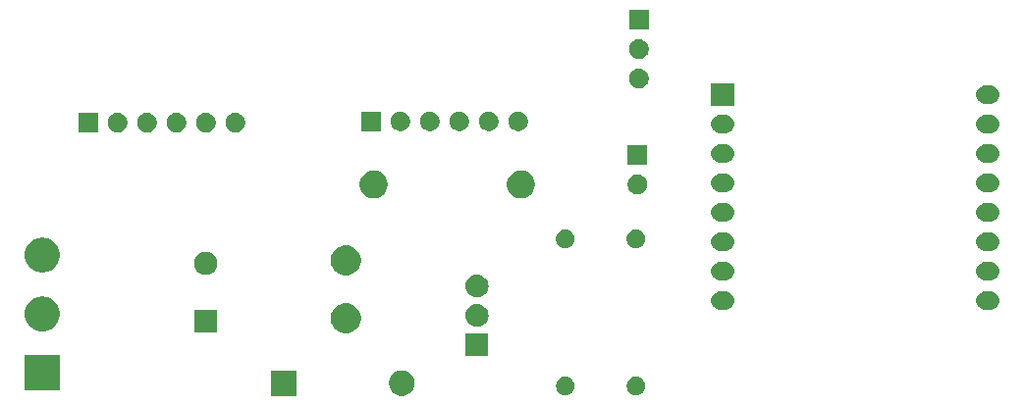
<source format=gbr>
G04 #@! TF.GenerationSoftware,KiCad,Pcbnew,5.1.5+dfsg1-2build2*
G04 #@! TF.CreationDate,2020-08-31T20:47:27+02:00*
G04 #@! TF.ProjectId,fubar,66756261-722e-46b6-9963-61645f706362,rev?*
G04 #@! TF.SameCoordinates,Original*
G04 #@! TF.FileFunction,Soldermask,Bot*
G04 #@! TF.FilePolarity,Negative*
%FSLAX46Y46*%
G04 Gerber Fmt 4.6, Leading zero omitted, Abs format (unit mm)*
G04 Created by KiCad (PCBNEW 5.1.5+dfsg1-2build2) date 2020-08-31 20:47:27*
%MOMM*%
%LPD*%
G04 APERTURE LIST*
%ADD10C,0.100000*%
G04 APERTURE END LIST*
D10*
G36*
X156784856Y-93684272D02*
G01*
X156985047Y-93767193D01*
X157165207Y-93887573D01*
X157318427Y-94040793D01*
X157438807Y-94220953D01*
X157521728Y-94421144D01*
X157564000Y-94633658D01*
X157564000Y-94850342D01*
X157521728Y-95062856D01*
X157438807Y-95263047D01*
X157318427Y-95443207D01*
X157165207Y-95596427D01*
X156985047Y-95716807D01*
X156784856Y-95799728D01*
X156572342Y-95842000D01*
X156355658Y-95842000D01*
X156143144Y-95799728D01*
X155942953Y-95716807D01*
X155762793Y-95596427D01*
X155609573Y-95443207D01*
X155489193Y-95263047D01*
X155406272Y-95062856D01*
X155364000Y-94850342D01*
X155364000Y-94633658D01*
X155406272Y-94421144D01*
X155489193Y-94220953D01*
X155609573Y-94040793D01*
X155762793Y-93887573D01*
X155942953Y-93767193D01*
X156143144Y-93684272D01*
X156355658Y-93642000D01*
X156572342Y-93642000D01*
X156784856Y-93684272D01*
G37*
G36*
X147404000Y-95842000D02*
G01*
X145204000Y-95842000D01*
X145204000Y-93642000D01*
X147404000Y-93642000D01*
X147404000Y-95842000D01*
G37*
G36*
X176787312Y-94206248D02*
G01*
X176890351Y-94226743D01*
X177035942Y-94287049D01*
X177166970Y-94374599D01*
X177278401Y-94486030D01*
X177365951Y-94617058D01*
X177426257Y-94762649D01*
X177457000Y-94917207D01*
X177457000Y-95074793D01*
X177426257Y-95229351D01*
X177365951Y-95374942D01*
X177278401Y-95505970D01*
X177166970Y-95617401D01*
X177035942Y-95704951D01*
X176890351Y-95765257D01*
X176787312Y-95785752D01*
X176735794Y-95796000D01*
X176578206Y-95796000D01*
X176526688Y-95785752D01*
X176423649Y-95765257D01*
X176278058Y-95704951D01*
X176147030Y-95617401D01*
X176035599Y-95505970D01*
X175948049Y-95374942D01*
X175887743Y-95229351D01*
X175857000Y-95074793D01*
X175857000Y-94917207D01*
X175887743Y-94762649D01*
X175948049Y-94617058D01*
X176035599Y-94486030D01*
X176147030Y-94374599D01*
X176278058Y-94287049D01*
X176423649Y-94226743D01*
X176526688Y-94206248D01*
X176578206Y-94196000D01*
X176735794Y-94196000D01*
X176787312Y-94206248D01*
G37*
G36*
X170691312Y-94206248D02*
G01*
X170794351Y-94226743D01*
X170939942Y-94287049D01*
X171070970Y-94374599D01*
X171182401Y-94486030D01*
X171269951Y-94617058D01*
X171330257Y-94762649D01*
X171361000Y-94917207D01*
X171361000Y-95074793D01*
X171330257Y-95229351D01*
X171269951Y-95374942D01*
X171182401Y-95505970D01*
X171070970Y-95617401D01*
X170939942Y-95704951D01*
X170794351Y-95765257D01*
X170691312Y-95785752D01*
X170639794Y-95796000D01*
X170482206Y-95796000D01*
X170430688Y-95785752D01*
X170327649Y-95765257D01*
X170182058Y-95704951D01*
X170051030Y-95617401D01*
X169939599Y-95505970D01*
X169852049Y-95374942D01*
X169791743Y-95229351D01*
X169761000Y-95074793D01*
X169761000Y-94917207D01*
X169791743Y-94762649D01*
X169852049Y-94617058D01*
X169939599Y-94486030D01*
X170051030Y-94374599D01*
X170182058Y-94287049D01*
X170327649Y-94226743D01*
X170430688Y-94206248D01*
X170482206Y-94196000D01*
X170639794Y-94196000D01*
X170691312Y-94206248D01*
G37*
G36*
X126976000Y-95353000D02*
G01*
X123976000Y-95353000D01*
X123976000Y-92353000D01*
X126976000Y-92353000D01*
X126976000Y-95353000D01*
G37*
G36*
X163941000Y-92392500D02*
G01*
X161941000Y-92392500D01*
X161941000Y-90487500D01*
X163941000Y-90487500D01*
X163941000Y-92392500D01*
G37*
G36*
X151849758Y-87870653D02*
G01*
X152017196Y-87903958D01*
X152253781Y-88001955D01*
X152466702Y-88144224D01*
X152647776Y-88325298D01*
X152790045Y-88538219D01*
X152888042Y-88774804D01*
X152938000Y-89025961D01*
X152938000Y-89282039D01*
X152888042Y-89533196D01*
X152790045Y-89769781D01*
X152647776Y-89982702D01*
X152466702Y-90163776D01*
X152253781Y-90306045D01*
X152017196Y-90404042D01*
X151849758Y-90437347D01*
X151766040Y-90454000D01*
X151509960Y-90454000D01*
X151426242Y-90437347D01*
X151258804Y-90404042D01*
X151022219Y-90306045D01*
X150809298Y-90163776D01*
X150628224Y-89982702D01*
X150485955Y-89769781D01*
X150387958Y-89533196D01*
X150338000Y-89282039D01*
X150338000Y-89025961D01*
X150387958Y-88774804D01*
X150485955Y-88538219D01*
X150628224Y-88325298D01*
X150809298Y-88144224D01*
X151022219Y-88001955D01*
X151258804Y-87903958D01*
X151426242Y-87870653D01*
X151509960Y-87854000D01*
X151766040Y-87854000D01*
X151849758Y-87870653D01*
G37*
G36*
X140573000Y-90408000D02*
G01*
X138573000Y-90408000D01*
X138573000Y-88408000D01*
X140573000Y-88408000D01*
X140573000Y-90408000D01*
G37*
G36*
X125720336Y-87292215D02*
G01*
X125913534Y-87330644D01*
X126186517Y-87443717D01*
X126432194Y-87607874D01*
X126641126Y-87816806D01*
X126805283Y-88062483D01*
X126918356Y-88335466D01*
X126976000Y-88625263D01*
X126976000Y-88920737D01*
X126918356Y-89210534D01*
X126805283Y-89483517D01*
X126641126Y-89729194D01*
X126432194Y-89938126D01*
X126186517Y-90102283D01*
X125913534Y-90215356D01*
X125720336Y-90253785D01*
X125623738Y-90273000D01*
X125328262Y-90273000D01*
X125231664Y-90253785D01*
X125038466Y-90215356D01*
X124765483Y-90102283D01*
X124519806Y-89938126D01*
X124310874Y-89729194D01*
X124146717Y-89483517D01*
X124033644Y-89210534D01*
X123976000Y-88920737D01*
X123976000Y-88625263D01*
X124033644Y-88335466D01*
X124146717Y-88062483D01*
X124310874Y-87816806D01*
X124519806Y-87607874D01*
X124765483Y-87443717D01*
X125038466Y-87330644D01*
X125231664Y-87292215D01*
X125328262Y-87273000D01*
X125623738Y-87273000D01*
X125720336Y-87292215D01*
G37*
G36*
X163175225Y-87961282D02*
G01*
X163354770Y-88015747D01*
X163520238Y-88104191D01*
X163665278Y-88223222D01*
X163784309Y-88368262D01*
X163872753Y-88533730D01*
X163927218Y-88713275D01*
X163945609Y-88900000D01*
X163927218Y-89086725D01*
X163872753Y-89266270D01*
X163784309Y-89431738D01*
X163665278Y-89576778D01*
X163520238Y-89695809D01*
X163354770Y-89784253D01*
X163175225Y-89838718D01*
X163035294Y-89852500D01*
X162846706Y-89852500D01*
X162706775Y-89838718D01*
X162527230Y-89784253D01*
X162361762Y-89695809D01*
X162216722Y-89576778D01*
X162097691Y-89431738D01*
X162009247Y-89266270D01*
X161954782Y-89086725D01*
X161936391Y-88900000D01*
X161954782Y-88713275D01*
X162009247Y-88533730D01*
X162097691Y-88368262D01*
X162216722Y-88223222D01*
X162361762Y-88104191D01*
X162527230Y-88015747D01*
X162706775Y-87961282D01*
X162846706Y-87947500D01*
X163035294Y-87947500D01*
X163175225Y-87961282D01*
G37*
G36*
X207366824Y-86841575D02*
G01*
X207517633Y-86887322D01*
X207656604Y-86961604D01*
X207778422Y-87061578D01*
X207878396Y-87183396D01*
X207952678Y-87322367D01*
X207998425Y-87473176D01*
X208013871Y-87630000D01*
X207998425Y-87786824D01*
X207952678Y-87937633D01*
X207878396Y-88076604D01*
X207778422Y-88198422D01*
X207656604Y-88298396D01*
X207517633Y-88372678D01*
X207366824Y-88418425D01*
X207249299Y-88430000D01*
X206770701Y-88430000D01*
X206653176Y-88418425D01*
X206502367Y-88372678D01*
X206363396Y-88298396D01*
X206241578Y-88198422D01*
X206141604Y-88076604D01*
X206067322Y-87937633D01*
X206021575Y-87786824D01*
X206006129Y-87630000D01*
X206021575Y-87473176D01*
X206067322Y-87322367D01*
X206141604Y-87183396D01*
X206241578Y-87061578D01*
X206363396Y-86961604D01*
X206502367Y-86887322D01*
X206653176Y-86841575D01*
X206770701Y-86830000D01*
X207249299Y-86830000D01*
X207366824Y-86841575D01*
G37*
G36*
X184506824Y-86841575D02*
G01*
X184657633Y-86887322D01*
X184796604Y-86961604D01*
X184918422Y-87061578D01*
X185018396Y-87183396D01*
X185092678Y-87322367D01*
X185138425Y-87473176D01*
X185153871Y-87630000D01*
X185138425Y-87786824D01*
X185092678Y-87937633D01*
X185018396Y-88076604D01*
X184918422Y-88198422D01*
X184796604Y-88298396D01*
X184657633Y-88372678D01*
X184506824Y-88418425D01*
X184389299Y-88430000D01*
X183910701Y-88430000D01*
X183793176Y-88418425D01*
X183642367Y-88372678D01*
X183503396Y-88298396D01*
X183381578Y-88198422D01*
X183281604Y-88076604D01*
X183207322Y-87937633D01*
X183161575Y-87786824D01*
X183146129Y-87630000D01*
X183161575Y-87473176D01*
X183207322Y-87322367D01*
X183281604Y-87183396D01*
X183381578Y-87061578D01*
X183503396Y-86961604D01*
X183642367Y-86887322D01*
X183793176Y-86841575D01*
X183910701Y-86830000D01*
X184389299Y-86830000D01*
X184506824Y-86841575D01*
G37*
G36*
X163175225Y-85421282D02*
G01*
X163354770Y-85475747D01*
X163520238Y-85564191D01*
X163665278Y-85683222D01*
X163784309Y-85828262D01*
X163872753Y-85993730D01*
X163927218Y-86173275D01*
X163945609Y-86360000D01*
X163927218Y-86546725D01*
X163872753Y-86726270D01*
X163784309Y-86891738D01*
X163665278Y-87036778D01*
X163520238Y-87155809D01*
X163354770Y-87244253D01*
X163175225Y-87298718D01*
X163035294Y-87312500D01*
X162846706Y-87312500D01*
X162706775Y-87298718D01*
X162527230Y-87244253D01*
X162361762Y-87155809D01*
X162216722Y-87036778D01*
X162097691Y-86891738D01*
X162009247Y-86726270D01*
X161954782Y-86546725D01*
X161936391Y-86360000D01*
X161954782Y-86173275D01*
X162009247Y-85993730D01*
X162097691Y-85828262D01*
X162216722Y-85683222D01*
X162361762Y-85564191D01*
X162527230Y-85475747D01*
X162706775Y-85421282D01*
X162846706Y-85407500D01*
X163035294Y-85407500D01*
X163175225Y-85421282D01*
G37*
G36*
X184506824Y-84301575D02*
G01*
X184657633Y-84347322D01*
X184796604Y-84421604D01*
X184918422Y-84521578D01*
X185018396Y-84643396D01*
X185092678Y-84782367D01*
X185138425Y-84933176D01*
X185153871Y-85090000D01*
X185138425Y-85246824D01*
X185092678Y-85397633D01*
X185018396Y-85536604D01*
X184918422Y-85658422D01*
X184796604Y-85758396D01*
X184657633Y-85832678D01*
X184506824Y-85878425D01*
X184389299Y-85890000D01*
X183910701Y-85890000D01*
X183793176Y-85878425D01*
X183642367Y-85832678D01*
X183503396Y-85758396D01*
X183381578Y-85658422D01*
X183281604Y-85536604D01*
X183207322Y-85397633D01*
X183161575Y-85246824D01*
X183146129Y-85090000D01*
X183161575Y-84933176D01*
X183207322Y-84782367D01*
X183281604Y-84643396D01*
X183381578Y-84521578D01*
X183503396Y-84421604D01*
X183642367Y-84347322D01*
X183793176Y-84301575D01*
X183910701Y-84290000D01*
X184389299Y-84290000D01*
X184506824Y-84301575D01*
G37*
G36*
X207366824Y-84301575D02*
G01*
X207517633Y-84347322D01*
X207656604Y-84421604D01*
X207778422Y-84521578D01*
X207878396Y-84643396D01*
X207952678Y-84782367D01*
X207998425Y-84933176D01*
X208013871Y-85090000D01*
X207998425Y-85246824D01*
X207952678Y-85397633D01*
X207878396Y-85536604D01*
X207778422Y-85658422D01*
X207656604Y-85758396D01*
X207517633Y-85832678D01*
X207366824Y-85878425D01*
X207249299Y-85890000D01*
X206770701Y-85890000D01*
X206653176Y-85878425D01*
X206502367Y-85832678D01*
X206363396Y-85758396D01*
X206241578Y-85658422D01*
X206141604Y-85536604D01*
X206067322Y-85397633D01*
X206021575Y-85246824D01*
X206006129Y-85090000D01*
X206021575Y-84933176D01*
X206067322Y-84782367D01*
X206141604Y-84643396D01*
X206241578Y-84521578D01*
X206363396Y-84421604D01*
X206502367Y-84347322D01*
X206653176Y-84301575D01*
X206770701Y-84290000D01*
X207249299Y-84290000D01*
X207366824Y-84301575D01*
G37*
G36*
X151849758Y-82870653D02*
G01*
X152017196Y-82903958D01*
X152253781Y-83001955D01*
X152466702Y-83144224D01*
X152647776Y-83325298D01*
X152790045Y-83538219D01*
X152888042Y-83774804D01*
X152888042Y-83774806D01*
X152938000Y-84025960D01*
X152938000Y-84282040D01*
X152921347Y-84365758D01*
X152888042Y-84533196D01*
X152790045Y-84769781D01*
X152647776Y-84982702D01*
X152466702Y-85163776D01*
X152253781Y-85306045D01*
X152017196Y-85404042D01*
X151849758Y-85437347D01*
X151766040Y-85454000D01*
X151509960Y-85454000D01*
X151426242Y-85437347D01*
X151258804Y-85404042D01*
X151022219Y-85306045D01*
X150809298Y-85163776D01*
X150628224Y-84982702D01*
X150485955Y-84769781D01*
X150387958Y-84533196D01*
X150354653Y-84365758D01*
X150338000Y-84282040D01*
X150338000Y-84025960D01*
X150387958Y-83774806D01*
X150387958Y-83774804D01*
X150485955Y-83538219D01*
X150628224Y-83325298D01*
X150809298Y-83144224D01*
X151022219Y-83001955D01*
X151258804Y-82903958D01*
X151426242Y-82870653D01*
X151509960Y-82854000D01*
X151766040Y-82854000D01*
X151849758Y-82870653D01*
G37*
G36*
X139768090Y-83427215D02*
G01*
X139864689Y-83446429D01*
X140046678Y-83521811D01*
X140210463Y-83631249D01*
X140349751Y-83770537D01*
X140459189Y-83934322D01*
X140534571Y-84116311D01*
X140537400Y-84130534D01*
X140569120Y-84290000D01*
X140573000Y-84309509D01*
X140573000Y-84506491D01*
X140534571Y-84699689D01*
X140459189Y-84881678D01*
X140349751Y-85045463D01*
X140210463Y-85184751D01*
X140046678Y-85294189D01*
X139864689Y-85369571D01*
X139768090Y-85388785D01*
X139671493Y-85408000D01*
X139474507Y-85408000D01*
X139377910Y-85388786D01*
X139281311Y-85369571D01*
X139099322Y-85294189D01*
X138935537Y-85184751D01*
X138796249Y-85045463D01*
X138686811Y-84881678D01*
X138611429Y-84699689D01*
X138573000Y-84506491D01*
X138573000Y-84309509D01*
X138576881Y-84290000D01*
X138608600Y-84130534D01*
X138611429Y-84116311D01*
X138686811Y-83934322D01*
X138796249Y-83770537D01*
X138935537Y-83631249D01*
X139099322Y-83521811D01*
X139281311Y-83446429D01*
X139377910Y-83427215D01*
X139474507Y-83408000D01*
X139671493Y-83408000D01*
X139768090Y-83427215D01*
G37*
G36*
X125720336Y-82212215D02*
G01*
X125913534Y-82250644D01*
X126186517Y-82363717D01*
X126432194Y-82527874D01*
X126641126Y-82736806D01*
X126805283Y-82982483D01*
X126918356Y-83255466D01*
X126976000Y-83545263D01*
X126976000Y-83840737D01*
X126918356Y-84130534D01*
X126805283Y-84403517D01*
X126641126Y-84649194D01*
X126432194Y-84858126D01*
X126186517Y-85022283D01*
X125913534Y-85135356D01*
X125770656Y-85163776D01*
X125623738Y-85193000D01*
X125328262Y-85193000D01*
X125181344Y-85163776D01*
X125038466Y-85135356D01*
X124765483Y-85022283D01*
X124519806Y-84858126D01*
X124310874Y-84649194D01*
X124146717Y-84403517D01*
X124033644Y-84130534D01*
X123976000Y-83840737D01*
X123976000Y-83545263D01*
X124033644Y-83255466D01*
X124146717Y-82982483D01*
X124310874Y-82736806D01*
X124519806Y-82527874D01*
X124765483Y-82363717D01*
X125038466Y-82250644D01*
X125231664Y-82212215D01*
X125328262Y-82193000D01*
X125623738Y-82193000D01*
X125720336Y-82212215D01*
G37*
G36*
X207366824Y-81761575D02*
G01*
X207517633Y-81807322D01*
X207656604Y-81881604D01*
X207778422Y-81981578D01*
X207878396Y-82103396D01*
X207952678Y-82242367D01*
X207998425Y-82393176D01*
X208013871Y-82550000D01*
X207998425Y-82706824D01*
X207952678Y-82857633D01*
X207878396Y-82996604D01*
X207778422Y-83118422D01*
X207656604Y-83218396D01*
X207517633Y-83292678D01*
X207366824Y-83338425D01*
X207249299Y-83350000D01*
X206770701Y-83350000D01*
X206653176Y-83338425D01*
X206502367Y-83292678D01*
X206363396Y-83218396D01*
X206241578Y-83118422D01*
X206141604Y-82996604D01*
X206067322Y-82857633D01*
X206021575Y-82706824D01*
X206006129Y-82550000D01*
X206021575Y-82393176D01*
X206067322Y-82242367D01*
X206141604Y-82103396D01*
X206241578Y-81981578D01*
X206363396Y-81881604D01*
X206502367Y-81807322D01*
X206653176Y-81761575D01*
X206770701Y-81750000D01*
X207249299Y-81750000D01*
X207366824Y-81761575D01*
G37*
G36*
X184506824Y-81761575D02*
G01*
X184657633Y-81807322D01*
X184796604Y-81881604D01*
X184918422Y-81981578D01*
X185018396Y-82103396D01*
X185092678Y-82242367D01*
X185138425Y-82393176D01*
X185153871Y-82550000D01*
X185138425Y-82706824D01*
X185092678Y-82857633D01*
X185018396Y-82996604D01*
X184918422Y-83118422D01*
X184796604Y-83218396D01*
X184657633Y-83292678D01*
X184506824Y-83338425D01*
X184389299Y-83350000D01*
X183910701Y-83350000D01*
X183793176Y-83338425D01*
X183642367Y-83292678D01*
X183503396Y-83218396D01*
X183381578Y-83118422D01*
X183281604Y-82996604D01*
X183207322Y-82857633D01*
X183161575Y-82706824D01*
X183146129Y-82550000D01*
X183161575Y-82393176D01*
X183207322Y-82242367D01*
X183281604Y-82103396D01*
X183381578Y-81981578D01*
X183503396Y-81881604D01*
X183642367Y-81807322D01*
X183793176Y-81761575D01*
X183910701Y-81750000D01*
X184389299Y-81750000D01*
X184506824Y-81761575D01*
G37*
G36*
X170691312Y-81506248D02*
G01*
X170794351Y-81526743D01*
X170939942Y-81587049D01*
X171070970Y-81674599D01*
X171182401Y-81786030D01*
X171269951Y-81917058D01*
X171330257Y-82062649D01*
X171338362Y-82103396D01*
X171361000Y-82217206D01*
X171361000Y-82374794D01*
X171350752Y-82426312D01*
X171330257Y-82529351D01*
X171269951Y-82674942D01*
X171182401Y-82805970D01*
X171070970Y-82917401D01*
X170939942Y-83004951D01*
X170794351Y-83065257D01*
X170691312Y-83085752D01*
X170639794Y-83096000D01*
X170482206Y-83096000D01*
X170430688Y-83085752D01*
X170327649Y-83065257D01*
X170182058Y-83004951D01*
X170051030Y-82917401D01*
X169939599Y-82805970D01*
X169852049Y-82674942D01*
X169791743Y-82529351D01*
X169771248Y-82426312D01*
X169761000Y-82374794D01*
X169761000Y-82217206D01*
X169783638Y-82103396D01*
X169791743Y-82062649D01*
X169852049Y-81917058D01*
X169939599Y-81786030D01*
X170051030Y-81674599D01*
X170182058Y-81587049D01*
X170327649Y-81526743D01*
X170430688Y-81506248D01*
X170482206Y-81496000D01*
X170639794Y-81496000D01*
X170691312Y-81506248D01*
G37*
G36*
X176787312Y-81506248D02*
G01*
X176890351Y-81526743D01*
X177035942Y-81587049D01*
X177166970Y-81674599D01*
X177278401Y-81786030D01*
X177365951Y-81917058D01*
X177426257Y-82062649D01*
X177434362Y-82103396D01*
X177457000Y-82217206D01*
X177457000Y-82374794D01*
X177446752Y-82426312D01*
X177426257Y-82529351D01*
X177365951Y-82674942D01*
X177278401Y-82805970D01*
X177166970Y-82917401D01*
X177035942Y-83004951D01*
X176890351Y-83065257D01*
X176787312Y-83085752D01*
X176735794Y-83096000D01*
X176578206Y-83096000D01*
X176526688Y-83085752D01*
X176423649Y-83065257D01*
X176278058Y-83004951D01*
X176147030Y-82917401D01*
X176035599Y-82805970D01*
X175948049Y-82674942D01*
X175887743Y-82529351D01*
X175867248Y-82426312D01*
X175857000Y-82374794D01*
X175857000Y-82217206D01*
X175879638Y-82103396D01*
X175887743Y-82062649D01*
X175948049Y-81917058D01*
X176035599Y-81786030D01*
X176147030Y-81674599D01*
X176278058Y-81587049D01*
X176423649Y-81526743D01*
X176526688Y-81506248D01*
X176578206Y-81496000D01*
X176735794Y-81496000D01*
X176787312Y-81506248D01*
G37*
G36*
X207366824Y-79221575D02*
G01*
X207517633Y-79267322D01*
X207656604Y-79341604D01*
X207778422Y-79441578D01*
X207878396Y-79563396D01*
X207952678Y-79702367D01*
X207998425Y-79853176D01*
X208013871Y-80010000D01*
X207998425Y-80166824D01*
X207952678Y-80317633D01*
X207878396Y-80456604D01*
X207778422Y-80578422D01*
X207656604Y-80678396D01*
X207517633Y-80752678D01*
X207366824Y-80798425D01*
X207249299Y-80810000D01*
X206770701Y-80810000D01*
X206653176Y-80798425D01*
X206502367Y-80752678D01*
X206363396Y-80678396D01*
X206241578Y-80578422D01*
X206141604Y-80456604D01*
X206067322Y-80317633D01*
X206021575Y-80166824D01*
X206006129Y-80010000D01*
X206021575Y-79853176D01*
X206067322Y-79702367D01*
X206141604Y-79563396D01*
X206241578Y-79441578D01*
X206363396Y-79341604D01*
X206502367Y-79267322D01*
X206653176Y-79221575D01*
X206770701Y-79210000D01*
X207249299Y-79210000D01*
X207366824Y-79221575D01*
G37*
G36*
X184506824Y-79221575D02*
G01*
X184657633Y-79267322D01*
X184796604Y-79341604D01*
X184918422Y-79441578D01*
X185018396Y-79563396D01*
X185092678Y-79702367D01*
X185138425Y-79853176D01*
X185153871Y-80010000D01*
X185138425Y-80166824D01*
X185092678Y-80317633D01*
X185018396Y-80456604D01*
X184918422Y-80578422D01*
X184796604Y-80678396D01*
X184657633Y-80752678D01*
X184506824Y-80798425D01*
X184389299Y-80810000D01*
X183910701Y-80810000D01*
X183793176Y-80798425D01*
X183642367Y-80752678D01*
X183503396Y-80678396D01*
X183381578Y-80578422D01*
X183281604Y-80456604D01*
X183207322Y-80317633D01*
X183161575Y-80166824D01*
X183146129Y-80010000D01*
X183161575Y-79853176D01*
X183207322Y-79702367D01*
X183281604Y-79563396D01*
X183381578Y-79441578D01*
X183503396Y-79341604D01*
X183642367Y-79267322D01*
X183793176Y-79221575D01*
X183910701Y-79210000D01*
X184389299Y-79210000D01*
X184506824Y-79221575D01*
G37*
G36*
X167101027Y-76443115D02*
G01*
X167319414Y-76533573D01*
X167515954Y-76664898D01*
X167683102Y-76832046D01*
X167814427Y-77028586D01*
X167904885Y-77246973D01*
X167951000Y-77478809D01*
X167951000Y-77715191D01*
X167904885Y-77947027D01*
X167814427Y-78165414D01*
X167683102Y-78361954D01*
X167515954Y-78529102D01*
X167319414Y-78660427D01*
X167101027Y-78750885D01*
X166869191Y-78797000D01*
X166632809Y-78797000D01*
X166400973Y-78750885D01*
X166182586Y-78660427D01*
X165986046Y-78529102D01*
X165818898Y-78361954D01*
X165687573Y-78165414D01*
X165597115Y-77947027D01*
X165551000Y-77715191D01*
X165551000Y-77478809D01*
X165597115Y-77246973D01*
X165687573Y-77028586D01*
X165818898Y-76832046D01*
X165986046Y-76664898D01*
X166182586Y-76533573D01*
X166400973Y-76443115D01*
X166632809Y-76397000D01*
X166869191Y-76397000D01*
X167101027Y-76443115D01*
G37*
G36*
X154401027Y-76443115D02*
G01*
X154619414Y-76533573D01*
X154815954Y-76664898D01*
X154983102Y-76832046D01*
X155114427Y-77028586D01*
X155204885Y-77246973D01*
X155251000Y-77478809D01*
X155251000Y-77715191D01*
X155204885Y-77947027D01*
X155114427Y-78165414D01*
X154983102Y-78361954D01*
X154815954Y-78529102D01*
X154619414Y-78660427D01*
X154401027Y-78750885D01*
X154169191Y-78797000D01*
X153932809Y-78797000D01*
X153700973Y-78750885D01*
X153482586Y-78660427D01*
X153286046Y-78529102D01*
X153118898Y-78361954D01*
X152987573Y-78165414D01*
X152897115Y-77947027D01*
X152851000Y-77715191D01*
X152851000Y-77478809D01*
X152897115Y-77246973D01*
X152987573Y-77028586D01*
X153118898Y-76832046D01*
X153286046Y-76664898D01*
X153482586Y-76533573D01*
X153700973Y-76443115D01*
X153932809Y-76397000D01*
X154169191Y-76397000D01*
X154401027Y-76443115D01*
G37*
G36*
X177031936Y-76779665D02*
G01*
X177186626Y-76843739D01*
X177256076Y-76890145D01*
X177325844Y-76936762D01*
X177444238Y-77055156D01*
X177490855Y-77124924D01*
X177537261Y-77194374D01*
X177601335Y-77349064D01*
X177634000Y-77513282D01*
X177634000Y-77680718D01*
X177601335Y-77844936D01*
X177537261Y-77999626D01*
X177490855Y-78069076D01*
X177444238Y-78138844D01*
X177325844Y-78257238D01*
X177256076Y-78303855D01*
X177186626Y-78350261D01*
X177031936Y-78414335D01*
X176867718Y-78447000D01*
X176700282Y-78447000D01*
X176536064Y-78414335D01*
X176381374Y-78350261D01*
X176311924Y-78303855D01*
X176242156Y-78257238D01*
X176123762Y-78138844D01*
X176077145Y-78069076D01*
X176030739Y-77999626D01*
X175966665Y-77844936D01*
X175934000Y-77680718D01*
X175934000Y-77513282D01*
X175966665Y-77349064D01*
X176030739Y-77194374D01*
X176077145Y-77124924D01*
X176123762Y-77055156D01*
X176242156Y-76936762D01*
X176311924Y-76890145D01*
X176381374Y-76843739D01*
X176536064Y-76779665D01*
X176700282Y-76747000D01*
X176867718Y-76747000D01*
X177031936Y-76779665D01*
G37*
G36*
X184506824Y-76681575D02*
G01*
X184657633Y-76727322D01*
X184796604Y-76801604D01*
X184918422Y-76901578D01*
X185018396Y-77023396D01*
X185092678Y-77162367D01*
X185138425Y-77313176D01*
X185153871Y-77470000D01*
X185138425Y-77626824D01*
X185092678Y-77777633D01*
X185018396Y-77916604D01*
X184918422Y-78038422D01*
X184796604Y-78138396D01*
X184657633Y-78212678D01*
X184506824Y-78258425D01*
X184389299Y-78270000D01*
X183910701Y-78270000D01*
X183793176Y-78258425D01*
X183642367Y-78212678D01*
X183503396Y-78138396D01*
X183381578Y-78038422D01*
X183281604Y-77916604D01*
X183207322Y-77777633D01*
X183161575Y-77626824D01*
X183146129Y-77470000D01*
X183161575Y-77313176D01*
X183207322Y-77162367D01*
X183281604Y-77023396D01*
X183381578Y-76901578D01*
X183503396Y-76801604D01*
X183642367Y-76727322D01*
X183793176Y-76681575D01*
X183910701Y-76670000D01*
X184389299Y-76670000D01*
X184506824Y-76681575D01*
G37*
G36*
X207366824Y-76681575D02*
G01*
X207517633Y-76727322D01*
X207656604Y-76801604D01*
X207778422Y-76901578D01*
X207878396Y-77023396D01*
X207952678Y-77162367D01*
X207998425Y-77313176D01*
X208013871Y-77470000D01*
X207998425Y-77626824D01*
X207952678Y-77777633D01*
X207878396Y-77916604D01*
X207778422Y-78038422D01*
X207656604Y-78138396D01*
X207517633Y-78212678D01*
X207366824Y-78258425D01*
X207249299Y-78270000D01*
X206770701Y-78270000D01*
X206653176Y-78258425D01*
X206502367Y-78212678D01*
X206363396Y-78138396D01*
X206241578Y-78038422D01*
X206141604Y-77916604D01*
X206067322Y-77777633D01*
X206021575Y-77626824D01*
X206006129Y-77470000D01*
X206021575Y-77313176D01*
X206067322Y-77162367D01*
X206141604Y-77023396D01*
X206241578Y-76901578D01*
X206363396Y-76801604D01*
X206502367Y-76727322D01*
X206653176Y-76681575D01*
X206770701Y-76670000D01*
X207249299Y-76670000D01*
X207366824Y-76681575D01*
G37*
G36*
X177634000Y-75907000D02*
G01*
X175934000Y-75907000D01*
X175934000Y-74207000D01*
X177634000Y-74207000D01*
X177634000Y-75907000D01*
G37*
G36*
X207366824Y-74141575D02*
G01*
X207517633Y-74187322D01*
X207656604Y-74261604D01*
X207778422Y-74361578D01*
X207878396Y-74483396D01*
X207952678Y-74622367D01*
X207998425Y-74773176D01*
X208013871Y-74930000D01*
X207998425Y-75086824D01*
X207952678Y-75237633D01*
X207878396Y-75376604D01*
X207778422Y-75498422D01*
X207656604Y-75598396D01*
X207517633Y-75672678D01*
X207366824Y-75718425D01*
X207249299Y-75730000D01*
X206770701Y-75730000D01*
X206653176Y-75718425D01*
X206502367Y-75672678D01*
X206363396Y-75598396D01*
X206241578Y-75498422D01*
X206141604Y-75376604D01*
X206067322Y-75237633D01*
X206021575Y-75086824D01*
X206006129Y-74930000D01*
X206021575Y-74773176D01*
X206067322Y-74622367D01*
X206141604Y-74483396D01*
X206241578Y-74361578D01*
X206363396Y-74261604D01*
X206502367Y-74187322D01*
X206653176Y-74141575D01*
X206770701Y-74130000D01*
X207249299Y-74130000D01*
X207366824Y-74141575D01*
G37*
G36*
X184506824Y-74141575D02*
G01*
X184657633Y-74187322D01*
X184796604Y-74261604D01*
X184918422Y-74361578D01*
X185018396Y-74483396D01*
X185092678Y-74622367D01*
X185138425Y-74773176D01*
X185153871Y-74930000D01*
X185138425Y-75086824D01*
X185092678Y-75237633D01*
X185018396Y-75376604D01*
X184918422Y-75498422D01*
X184796604Y-75598396D01*
X184657633Y-75672678D01*
X184506824Y-75718425D01*
X184389299Y-75730000D01*
X183910701Y-75730000D01*
X183793176Y-75718425D01*
X183642367Y-75672678D01*
X183503396Y-75598396D01*
X183381578Y-75498422D01*
X183281604Y-75376604D01*
X183207322Y-75237633D01*
X183161575Y-75086824D01*
X183146129Y-74930000D01*
X183161575Y-74773176D01*
X183207322Y-74622367D01*
X183281604Y-74483396D01*
X183381578Y-74361578D01*
X183503396Y-74261604D01*
X183642367Y-74187322D01*
X183793176Y-74141575D01*
X183910701Y-74130000D01*
X184389299Y-74130000D01*
X184506824Y-74141575D01*
G37*
G36*
X207366824Y-71601575D02*
G01*
X207517633Y-71647322D01*
X207656604Y-71721604D01*
X207778422Y-71821578D01*
X207878396Y-71943396D01*
X207952678Y-72082367D01*
X207998425Y-72233176D01*
X208013871Y-72390000D01*
X207998425Y-72546824D01*
X207952678Y-72697633D01*
X207878396Y-72836604D01*
X207778422Y-72958422D01*
X207656604Y-73058396D01*
X207517633Y-73132678D01*
X207366824Y-73178425D01*
X207249299Y-73190000D01*
X206770701Y-73190000D01*
X206653176Y-73178425D01*
X206502367Y-73132678D01*
X206363396Y-73058396D01*
X206241578Y-72958422D01*
X206141604Y-72836604D01*
X206067322Y-72697633D01*
X206021575Y-72546824D01*
X206006129Y-72390000D01*
X206021575Y-72233176D01*
X206067322Y-72082367D01*
X206141604Y-71943396D01*
X206241578Y-71821578D01*
X206363396Y-71721604D01*
X206502367Y-71647322D01*
X206653176Y-71601575D01*
X206770701Y-71590000D01*
X207249299Y-71590000D01*
X207366824Y-71601575D01*
G37*
G36*
X184506824Y-71601575D02*
G01*
X184657633Y-71647322D01*
X184796604Y-71721604D01*
X184918422Y-71821578D01*
X185018396Y-71943396D01*
X185092678Y-72082367D01*
X185138425Y-72233176D01*
X185153871Y-72390000D01*
X185138425Y-72546824D01*
X185092678Y-72697633D01*
X185018396Y-72836604D01*
X184918422Y-72958422D01*
X184796604Y-73058396D01*
X184657633Y-73132678D01*
X184506824Y-73178425D01*
X184389299Y-73190000D01*
X183910701Y-73190000D01*
X183793176Y-73178425D01*
X183642367Y-73132678D01*
X183503396Y-73058396D01*
X183381578Y-72958422D01*
X183281604Y-72836604D01*
X183207322Y-72697633D01*
X183161575Y-72546824D01*
X183146129Y-72390000D01*
X183161575Y-72233176D01*
X183207322Y-72082367D01*
X183281604Y-71943396D01*
X183381578Y-71821578D01*
X183503396Y-71721604D01*
X183642367Y-71647322D01*
X183793176Y-71601575D01*
X183910701Y-71590000D01*
X184389299Y-71590000D01*
X184506824Y-71601575D01*
G37*
G36*
X139820936Y-71445665D02*
G01*
X139975626Y-71509739D01*
X140045076Y-71556145D01*
X140114844Y-71602762D01*
X140233238Y-71721156D01*
X140279855Y-71790924D01*
X140326261Y-71860374D01*
X140390335Y-72015064D01*
X140423000Y-72179282D01*
X140423000Y-72346718D01*
X140390335Y-72510936D01*
X140326261Y-72665626D01*
X140304874Y-72697633D01*
X140233238Y-72804844D01*
X140114844Y-72923238D01*
X140069800Y-72953335D01*
X139975626Y-73016261D01*
X139820936Y-73080335D01*
X139656718Y-73113000D01*
X139489282Y-73113000D01*
X139325064Y-73080335D01*
X139170374Y-73016261D01*
X139076200Y-72953335D01*
X139031156Y-72923238D01*
X138912762Y-72804844D01*
X138841126Y-72697633D01*
X138819739Y-72665626D01*
X138755665Y-72510936D01*
X138723000Y-72346718D01*
X138723000Y-72179282D01*
X138755665Y-72015064D01*
X138819739Y-71860374D01*
X138866145Y-71790924D01*
X138912762Y-71721156D01*
X139031156Y-71602762D01*
X139100924Y-71556145D01*
X139170374Y-71509739D01*
X139325064Y-71445665D01*
X139489282Y-71413000D01*
X139656718Y-71413000D01*
X139820936Y-71445665D01*
G37*
G36*
X142360936Y-71445665D02*
G01*
X142515626Y-71509739D01*
X142585076Y-71556145D01*
X142654844Y-71602762D01*
X142773238Y-71721156D01*
X142819855Y-71790924D01*
X142866261Y-71860374D01*
X142930335Y-72015064D01*
X142963000Y-72179282D01*
X142963000Y-72346718D01*
X142930335Y-72510936D01*
X142866261Y-72665626D01*
X142844874Y-72697633D01*
X142773238Y-72804844D01*
X142654844Y-72923238D01*
X142609800Y-72953335D01*
X142515626Y-73016261D01*
X142360936Y-73080335D01*
X142196718Y-73113000D01*
X142029282Y-73113000D01*
X141865064Y-73080335D01*
X141710374Y-73016261D01*
X141616200Y-72953335D01*
X141571156Y-72923238D01*
X141452762Y-72804844D01*
X141381126Y-72697633D01*
X141359739Y-72665626D01*
X141295665Y-72510936D01*
X141263000Y-72346718D01*
X141263000Y-72179282D01*
X141295665Y-72015064D01*
X141359739Y-71860374D01*
X141406145Y-71790924D01*
X141452762Y-71721156D01*
X141571156Y-71602762D01*
X141640924Y-71556145D01*
X141710374Y-71509739D01*
X141865064Y-71445665D01*
X142029282Y-71413000D01*
X142196718Y-71413000D01*
X142360936Y-71445665D01*
G37*
G36*
X137280936Y-71445665D02*
G01*
X137435626Y-71509739D01*
X137505076Y-71556145D01*
X137574844Y-71602762D01*
X137693238Y-71721156D01*
X137739855Y-71790924D01*
X137786261Y-71860374D01*
X137850335Y-72015064D01*
X137883000Y-72179282D01*
X137883000Y-72346718D01*
X137850335Y-72510936D01*
X137786261Y-72665626D01*
X137764874Y-72697633D01*
X137693238Y-72804844D01*
X137574844Y-72923238D01*
X137529800Y-72953335D01*
X137435626Y-73016261D01*
X137280936Y-73080335D01*
X137116718Y-73113000D01*
X136949282Y-73113000D01*
X136785064Y-73080335D01*
X136630374Y-73016261D01*
X136536200Y-72953335D01*
X136491156Y-72923238D01*
X136372762Y-72804844D01*
X136301126Y-72697633D01*
X136279739Y-72665626D01*
X136215665Y-72510936D01*
X136183000Y-72346718D01*
X136183000Y-72179282D01*
X136215665Y-72015064D01*
X136279739Y-71860374D01*
X136326145Y-71790924D01*
X136372762Y-71721156D01*
X136491156Y-71602762D01*
X136560924Y-71556145D01*
X136630374Y-71509739D01*
X136785064Y-71445665D01*
X136949282Y-71413000D01*
X137116718Y-71413000D01*
X137280936Y-71445665D01*
G37*
G36*
X130263000Y-73113000D02*
G01*
X128563000Y-73113000D01*
X128563000Y-71413000D01*
X130263000Y-71413000D01*
X130263000Y-73113000D01*
G37*
G36*
X132200936Y-71445665D02*
G01*
X132355626Y-71509739D01*
X132425076Y-71556145D01*
X132494844Y-71602762D01*
X132613238Y-71721156D01*
X132659855Y-71790924D01*
X132706261Y-71860374D01*
X132770335Y-72015064D01*
X132803000Y-72179282D01*
X132803000Y-72346718D01*
X132770335Y-72510936D01*
X132706261Y-72665626D01*
X132684874Y-72697633D01*
X132613238Y-72804844D01*
X132494844Y-72923238D01*
X132449800Y-72953335D01*
X132355626Y-73016261D01*
X132200936Y-73080335D01*
X132036718Y-73113000D01*
X131869282Y-73113000D01*
X131705064Y-73080335D01*
X131550374Y-73016261D01*
X131456200Y-72953335D01*
X131411156Y-72923238D01*
X131292762Y-72804844D01*
X131221126Y-72697633D01*
X131199739Y-72665626D01*
X131135665Y-72510936D01*
X131103000Y-72346718D01*
X131103000Y-72179282D01*
X131135665Y-72015064D01*
X131199739Y-71860374D01*
X131246145Y-71790924D01*
X131292762Y-71721156D01*
X131411156Y-71602762D01*
X131480924Y-71556145D01*
X131550374Y-71509739D01*
X131705064Y-71445665D01*
X131869282Y-71413000D01*
X132036718Y-71413000D01*
X132200936Y-71445665D01*
G37*
G36*
X134740936Y-71445665D02*
G01*
X134895626Y-71509739D01*
X134965076Y-71556145D01*
X135034844Y-71602762D01*
X135153238Y-71721156D01*
X135199855Y-71790924D01*
X135246261Y-71860374D01*
X135310335Y-72015064D01*
X135343000Y-72179282D01*
X135343000Y-72346718D01*
X135310335Y-72510936D01*
X135246261Y-72665626D01*
X135224874Y-72697633D01*
X135153238Y-72804844D01*
X135034844Y-72923238D01*
X134989800Y-72953335D01*
X134895626Y-73016261D01*
X134740936Y-73080335D01*
X134576718Y-73113000D01*
X134409282Y-73113000D01*
X134245064Y-73080335D01*
X134090374Y-73016261D01*
X133996200Y-72953335D01*
X133951156Y-72923238D01*
X133832762Y-72804844D01*
X133761126Y-72697633D01*
X133739739Y-72665626D01*
X133675665Y-72510936D01*
X133643000Y-72346718D01*
X133643000Y-72179282D01*
X133675665Y-72015064D01*
X133739739Y-71860374D01*
X133786145Y-71790924D01*
X133832762Y-71721156D01*
X133951156Y-71602762D01*
X134020924Y-71556145D01*
X134090374Y-71509739D01*
X134245064Y-71445665D01*
X134409282Y-71413000D01*
X134576718Y-71413000D01*
X134740936Y-71445665D01*
G37*
G36*
X166744936Y-71318665D02*
G01*
X166899626Y-71382739D01*
X166944914Y-71413000D01*
X167038844Y-71475762D01*
X167157238Y-71594156D01*
X167192762Y-71647322D01*
X167250261Y-71733374D01*
X167314335Y-71888064D01*
X167347000Y-72052282D01*
X167347000Y-72219718D01*
X167314335Y-72383936D01*
X167250261Y-72538626D01*
X167203855Y-72608076D01*
X167157238Y-72677844D01*
X167038844Y-72796238D01*
X166969076Y-72842855D01*
X166899626Y-72889261D01*
X166744936Y-72953335D01*
X166580718Y-72986000D01*
X166413282Y-72986000D01*
X166249064Y-72953335D01*
X166094374Y-72889261D01*
X166024924Y-72842855D01*
X165955156Y-72796238D01*
X165836762Y-72677844D01*
X165790145Y-72608076D01*
X165743739Y-72538626D01*
X165679665Y-72383936D01*
X165647000Y-72219718D01*
X165647000Y-72052282D01*
X165679665Y-71888064D01*
X165743739Y-71733374D01*
X165801238Y-71647322D01*
X165836762Y-71594156D01*
X165955156Y-71475762D01*
X166049086Y-71413000D01*
X166094374Y-71382739D01*
X166249064Y-71318665D01*
X166413282Y-71286000D01*
X166580718Y-71286000D01*
X166744936Y-71318665D01*
G37*
G36*
X164204936Y-71318665D02*
G01*
X164359626Y-71382739D01*
X164404914Y-71413000D01*
X164498844Y-71475762D01*
X164617238Y-71594156D01*
X164652762Y-71647322D01*
X164710261Y-71733374D01*
X164774335Y-71888064D01*
X164807000Y-72052282D01*
X164807000Y-72219718D01*
X164774335Y-72383936D01*
X164710261Y-72538626D01*
X164663855Y-72608076D01*
X164617238Y-72677844D01*
X164498844Y-72796238D01*
X164429076Y-72842855D01*
X164359626Y-72889261D01*
X164204936Y-72953335D01*
X164040718Y-72986000D01*
X163873282Y-72986000D01*
X163709064Y-72953335D01*
X163554374Y-72889261D01*
X163484924Y-72842855D01*
X163415156Y-72796238D01*
X163296762Y-72677844D01*
X163250145Y-72608076D01*
X163203739Y-72538626D01*
X163139665Y-72383936D01*
X163107000Y-72219718D01*
X163107000Y-72052282D01*
X163139665Y-71888064D01*
X163203739Y-71733374D01*
X163261238Y-71647322D01*
X163296762Y-71594156D01*
X163415156Y-71475762D01*
X163509086Y-71413000D01*
X163554374Y-71382739D01*
X163709064Y-71318665D01*
X163873282Y-71286000D01*
X164040718Y-71286000D01*
X164204936Y-71318665D01*
G37*
G36*
X161664936Y-71318665D02*
G01*
X161819626Y-71382739D01*
X161864914Y-71413000D01*
X161958844Y-71475762D01*
X162077238Y-71594156D01*
X162112762Y-71647322D01*
X162170261Y-71733374D01*
X162234335Y-71888064D01*
X162267000Y-72052282D01*
X162267000Y-72219718D01*
X162234335Y-72383936D01*
X162170261Y-72538626D01*
X162123855Y-72608076D01*
X162077238Y-72677844D01*
X161958844Y-72796238D01*
X161889076Y-72842855D01*
X161819626Y-72889261D01*
X161664936Y-72953335D01*
X161500718Y-72986000D01*
X161333282Y-72986000D01*
X161169064Y-72953335D01*
X161014374Y-72889261D01*
X160944924Y-72842855D01*
X160875156Y-72796238D01*
X160756762Y-72677844D01*
X160710145Y-72608076D01*
X160663739Y-72538626D01*
X160599665Y-72383936D01*
X160567000Y-72219718D01*
X160567000Y-72052282D01*
X160599665Y-71888064D01*
X160663739Y-71733374D01*
X160721238Y-71647322D01*
X160756762Y-71594156D01*
X160875156Y-71475762D01*
X160969086Y-71413000D01*
X161014374Y-71382739D01*
X161169064Y-71318665D01*
X161333282Y-71286000D01*
X161500718Y-71286000D01*
X161664936Y-71318665D01*
G37*
G36*
X159124936Y-71318665D02*
G01*
X159279626Y-71382739D01*
X159324914Y-71413000D01*
X159418844Y-71475762D01*
X159537238Y-71594156D01*
X159572762Y-71647322D01*
X159630261Y-71733374D01*
X159694335Y-71888064D01*
X159727000Y-72052282D01*
X159727000Y-72219718D01*
X159694335Y-72383936D01*
X159630261Y-72538626D01*
X159583855Y-72608076D01*
X159537238Y-72677844D01*
X159418844Y-72796238D01*
X159349076Y-72842855D01*
X159279626Y-72889261D01*
X159124936Y-72953335D01*
X158960718Y-72986000D01*
X158793282Y-72986000D01*
X158629064Y-72953335D01*
X158474374Y-72889261D01*
X158404924Y-72842855D01*
X158335156Y-72796238D01*
X158216762Y-72677844D01*
X158170145Y-72608076D01*
X158123739Y-72538626D01*
X158059665Y-72383936D01*
X158027000Y-72219718D01*
X158027000Y-72052282D01*
X158059665Y-71888064D01*
X158123739Y-71733374D01*
X158181238Y-71647322D01*
X158216762Y-71594156D01*
X158335156Y-71475762D01*
X158429086Y-71413000D01*
X158474374Y-71382739D01*
X158629064Y-71318665D01*
X158793282Y-71286000D01*
X158960718Y-71286000D01*
X159124936Y-71318665D01*
G37*
G36*
X156584936Y-71318665D02*
G01*
X156739626Y-71382739D01*
X156784914Y-71413000D01*
X156878844Y-71475762D01*
X156997238Y-71594156D01*
X157032762Y-71647322D01*
X157090261Y-71733374D01*
X157154335Y-71888064D01*
X157187000Y-72052282D01*
X157187000Y-72219718D01*
X157154335Y-72383936D01*
X157090261Y-72538626D01*
X157043855Y-72608076D01*
X156997238Y-72677844D01*
X156878844Y-72796238D01*
X156809076Y-72842855D01*
X156739626Y-72889261D01*
X156584936Y-72953335D01*
X156420718Y-72986000D01*
X156253282Y-72986000D01*
X156089064Y-72953335D01*
X155934374Y-72889261D01*
X155864924Y-72842855D01*
X155795156Y-72796238D01*
X155676762Y-72677844D01*
X155630145Y-72608076D01*
X155583739Y-72538626D01*
X155519665Y-72383936D01*
X155487000Y-72219718D01*
X155487000Y-72052282D01*
X155519665Y-71888064D01*
X155583739Y-71733374D01*
X155641238Y-71647322D01*
X155676762Y-71594156D01*
X155795156Y-71475762D01*
X155889086Y-71413000D01*
X155934374Y-71382739D01*
X156089064Y-71318665D01*
X156253282Y-71286000D01*
X156420718Y-71286000D01*
X156584936Y-71318665D01*
G37*
G36*
X154647000Y-72986000D02*
G01*
X152947000Y-72986000D01*
X152947000Y-71286000D01*
X154647000Y-71286000D01*
X154647000Y-72986000D01*
G37*
G36*
X185150000Y-70850000D02*
G01*
X183150000Y-70850000D01*
X183150000Y-68850000D01*
X185150000Y-68850000D01*
X185150000Y-70850000D01*
G37*
G36*
X207366824Y-69061575D02*
G01*
X207517633Y-69107322D01*
X207656604Y-69181604D01*
X207778422Y-69281578D01*
X207878396Y-69403396D01*
X207952678Y-69542367D01*
X207998425Y-69693176D01*
X208013871Y-69850000D01*
X207998425Y-70006824D01*
X207952678Y-70157633D01*
X207878396Y-70296604D01*
X207778422Y-70418422D01*
X207656604Y-70518396D01*
X207517633Y-70592678D01*
X207366824Y-70638425D01*
X207249299Y-70650000D01*
X206770701Y-70650000D01*
X206653176Y-70638425D01*
X206502367Y-70592678D01*
X206363396Y-70518396D01*
X206241578Y-70418422D01*
X206141604Y-70296604D01*
X206067322Y-70157633D01*
X206021575Y-70006824D01*
X206006129Y-69850000D01*
X206021575Y-69693176D01*
X206067322Y-69542367D01*
X206141604Y-69403396D01*
X206241578Y-69281578D01*
X206363396Y-69181604D01*
X206502367Y-69107322D01*
X206653176Y-69061575D01*
X206770701Y-69050000D01*
X207249299Y-69050000D01*
X207366824Y-69061575D01*
G37*
G36*
X177158936Y-67635665D02*
G01*
X177313626Y-67699739D01*
X177383076Y-67746145D01*
X177452844Y-67792762D01*
X177571238Y-67911156D01*
X177617855Y-67980924D01*
X177664261Y-68050374D01*
X177728335Y-68205064D01*
X177761000Y-68369282D01*
X177761000Y-68536718D01*
X177728335Y-68700936D01*
X177664261Y-68855626D01*
X177617855Y-68925076D01*
X177571238Y-68994844D01*
X177452844Y-69113238D01*
X177383076Y-69159855D01*
X177313626Y-69206261D01*
X177158936Y-69270335D01*
X176994718Y-69303000D01*
X176827282Y-69303000D01*
X176663064Y-69270335D01*
X176508374Y-69206261D01*
X176438924Y-69159855D01*
X176369156Y-69113238D01*
X176250762Y-68994844D01*
X176204145Y-68925076D01*
X176157739Y-68855626D01*
X176093665Y-68700936D01*
X176061000Y-68536718D01*
X176061000Y-68369282D01*
X176093665Y-68205064D01*
X176157739Y-68050374D01*
X176204145Y-67980924D01*
X176250762Y-67911156D01*
X176369156Y-67792762D01*
X176438924Y-67746145D01*
X176508374Y-67699739D01*
X176663064Y-67635665D01*
X176827282Y-67603000D01*
X176994718Y-67603000D01*
X177158936Y-67635665D01*
G37*
G36*
X177158936Y-65095665D02*
G01*
X177313626Y-65159739D01*
X177383076Y-65206145D01*
X177452844Y-65252762D01*
X177571238Y-65371156D01*
X177617855Y-65440924D01*
X177664261Y-65510374D01*
X177728335Y-65665064D01*
X177761000Y-65829282D01*
X177761000Y-65996718D01*
X177728335Y-66160936D01*
X177664261Y-66315626D01*
X177617855Y-66385076D01*
X177571238Y-66454844D01*
X177452844Y-66573238D01*
X177383076Y-66619855D01*
X177313626Y-66666261D01*
X177158936Y-66730335D01*
X176994718Y-66763000D01*
X176827282Y-66763000D01*
X176663064Y-66730335D01*
X176508374Y-66666261D01*
X176438924Y-66619855D01*
X176369156Y-66573238D01*
X176250762Y-66454844D01*
X176204145Y-66385076D01*
X176157739Y-66315626D01*
X176093665Y-66160936D01*
X176061000Y-65996718D01*
X176061000Y-65829282D01*
X176093665Y-65665064D01*
X176157739Y-65510374D01*
X176204145Y-65440924D01*
X176250762Y-65371156D01*
X176369156Y-65252762D01*
X176438924Y-65206145D01*
X176508374Y-65159739D01*
X176663064Y-65095665D01*
X176827282Y-65063000D01*
X176994718Y-65063000D01*
X177158936Y-65095665D01*
G37*
G36*
X177761000Y-64223000D02*
G01*
X176061000Y-64223000D01*
X176061000Y-62523000D01*
X177761000Y-62523000D01*
X177761000Y-64223000D01*
G37*
M02*

</source>
